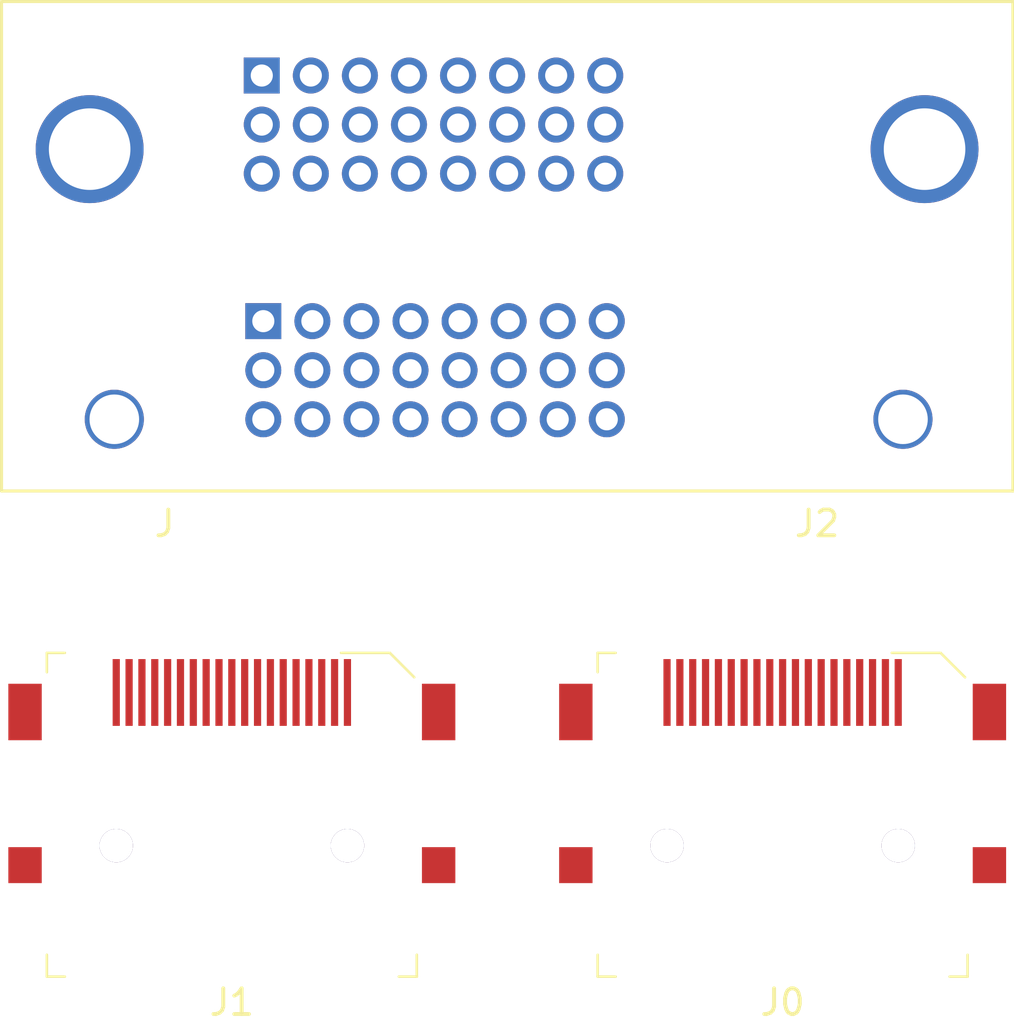
<source format=kicad_pcb>
(kicad_pcb (version 20171130) (host pcbnew 5.1.6)

  (general
    (thickness 1.6)
    (drawings 0)
    (tracks 0)
    (zones 0)
    (modules 3)
    (nets 54)
  )

  (page A4)
  (layers
    (0 TMDSMain signal)
    (1 GND power)
    (2 other_signals signal)
    (31 TMDS signal)
    (32 B.Adhes user)
    (33 F.Adhes user)
    (34 B.Paste user)
    (35 F.Paste user)
    (36 B.SilkS user)
    (37 F.SilkS user)
    (38 B.Mask user)
    (39 F.Mask user)
    (40 Dwgs.User user)
    (41 Cmts.User user)
    (42 Eco1.User user)
    (43 Eco2.User user)
    (44 Edge.Cuts user)
    (45 Margin user)
    (46 B.CrtYd user)
    (47 F.CrtYd user)
    (48 B.Fab user)
    (49 F.Fab user)
  )

  (setup
    (last_trace_width 0.127)
    (user_trace_width 0.01)
    (user_trace_width 0.05)
    (user_trace_width 0.1)
    (user_trace_width 0.127)
    (user_trace_width 0.15)
    (trace_clearance 0.2)
    (zone_clearance 0.508)
    (zone_45_only no)
    (trace_min 0.01)
    (via_size 0.8)
    (via_drill 0.4)
    (via_min_size 0.4)
    (via_min_drill 0.3)
    (user_via 0.4 0.3)
    (user_via 0.5 0.4)
    (uvia_size 0.3)
    (uvia_drill 0.1)
    (uvias_allowed no)
    (uvia_min_size 0.2)
    (uvia_min_drill 0.1)
    (edge_width 0.05)
    (segment_width 0.2)
    (pcb_text_width 0.3)
    (pcb_text_size 1.5 1.5)
    (mod_edge_width 0.12)
    (mod_text_size 1 1)
    (mod_text_width 0.15)
    (pad_size 1.524 1.524)
    (pad_drill 0.762)
    (pad_to_mask_clearance 0.05)
    (aux_axis_origin 0 0)
    (visible_elements FFFFFF7F)
    (pcbplotparams
      (layerselection 0x010fc_ffffffff)
      (usegerberextensions false)
      (usegerberattributes true)
      (usegerberadvancedattributes true)
      (creategerberjobfile true)
      (excludeedgelayer true)
      (linewidth 0.100000)
      (plotframeref false)
      (viasonmask false)
      (mode 1)
      (useauxorigin false)
      (hpglpennumber 1)
      (hpglpenspeed 20)
      (hpglpendiameter 15.000000)
      (psnegative false)
      (psa4output false)
      (plotreference true)
      (plotvalue true)
      (plotinvisibletext false)
      (padsonsilk false)
      (subtractmaskfromsilk false)
      (outputformat 1)
      (mirror false)
      (drillshape 1)
      (scaleselection 1)
      (outputdirectory ""))
  )

  (net 0 "")
  (net 1 /HDMI1HPD)
  (net 2 /HDMI15V)
  (net 3 /HDMI1GND)
  (net 4 /HDMI1SDA)
  (net 5 /HDMI1SCL)
  (net 6 "Net-(J0-Pad14)")
  (net 7 "Net-(J0-Pad13)")
  (net 8 /HDMI1CK-)
  (net 9 /HDMI1CKS)
  (net 10 /HDMI1D2+)
  (net 11 /HDMI1D2S)
  (net 12 /HDMI1D2-)
  (net 13 /HDMI1D1+)
  (net 14 /HDMI1D1S)
  (net 15 /HDMI1D1-)
  (net 16 /HDMI1D0+)
  (net 17 /HDMI1D0S)
  (net 18 /HDMI1D0-)
  (net 19 /HDMI1CK+)
  (net 20 /HDMI2HPD)
  (net 21 /HDMI25V)
  (net 22 /HDMI2GND)
  (net 23 /HDMI2SDA)
  (net 24 /HDMI2SCL)
  (net 25 "Net-(J1-Pad14)")
  (net 26 "Net-(J1-Pad13)")
  (net 27 /HDMI2CK-)
  (net 28 /HDMI2CKS)
  (net 29 /HDMI2D2+)
  (net 30 /HDMI2D2S)
  (net 31 /HDMI2D2-)
  (net 32 /HDMI2D1+)
  (net 33 /HDMI2D1S)
  (net 34 /HDMI2D1-)
  (net 35 /HDMI2D0+)
  (net 36 /HDMI2D0S)
  (net 37 /HDMI2D0-)
  (net 38 /HDMI2CK+)
  (net 39 "Net-(J2-Pad32)")
  (net 40 "Net-(J2-Pad29)")
  (net 41 "Net-(J2-Pad28)")
  (net 42 "Net-(J2-Pad37)")
  (net 43 "Net-(J2-Pad36)")
  (net 44 "Net-(J2-Pad45)")
  (net 45 "Net-(J2-Pad44)")
  (net 46 "Net-(J2-Pad13)")
  (net 47 "Net-(J2-Pad8)")
  (net 48 "Net-(J2-Pad5)")
  (net 49 "Net-(J2-Pad4)")
  (net 50 "Net-(J2-Pad20)")
  (net 51 "Net-(J2-Pad12)")
  (net 52 "Net-(J2-Pad21)")
  (net 53 /SH)

  (net_class Default "This is the default net class."
    (clearance 0.2)
    (trace_width 0.25)
    (via_dia 0.8)
    (via_drill 0.4)
    (uvia_dia 0.3)
    (uvia_drill 0.1)
    (diff_pair_width 0.127)
    (diff_pair_gap 0.195)
    (add_net /HDMI15V)
    (add_net /HDMI1CK+)
    (add_net /HDMI1CK-)
    (add_net /HDMI1CKS)
    (add_net /HDMI1D0+)
    (add_net /HDMI1D0-)
    (add_net /HDMI1D0S)
    (add_net /HDMI1D1+)
    (add_net /HDMI1D1-)
    (add_net /HDMI1D1S)
    (add_net /HDMI1D2+)
    (add_net /HDMI1D2-)
    (add_net /HDMI1D2S)
    (add_net /HDMI1GND)
    (add_net /HDMI1HPD)
    (add_net /HDMI1SCL)
    (add_net /HDMI1SDA)
    (add_net /HDMI25V)
    (add_net /HDMI2CK+)
    (add_net /HDMI2CK-)
    (add_net /HDMI2CKS)
    (add_net /HDMI2D0+)
    (add_net /HDMI2D0-)
    (add_net /HDMI2D0S)
    (add_net /HDMI2D1+)
    (add_net /HDMI2D1-)
    (add_net /HDMI2D1S)
    (add_net /HDMI2D2+)
    (add_net /HDMI2D2-)
    (add_net /HDMI2D2S)
    (add_net /HDMI2GND)
    (add_net /HDMI2HPD)
    (add_net /HDMI2SCL)
    (add_net /HDMI2SDA)
    (add_net /SH)
    (add_net "Net-(J0-Pad13)")
    (add_net "Net-(J0-Pad14)")
    (add_net "Net-(J1-Pad13)")
    (add_net "Net-(J1-Pad14)")
    (add_net "Net-(J2-Pad12)")
    (add_net "Net-(J2-Pad13)")
    (add_net "Net-(J2-Pad20)")
    (add_net "Net-(J2-Pad21)")
    (add_net "Net-(J2-Pad28)")
    (add_net "Net-(J2-Pad29)")
    (add_net "Net-(J2-Pad32)")
    (add_net "Net-(J2-Pad36)")
    (add_net "Net-(J2-Pad37)")
    (add_net "Net-(J2-Pad4)")
    (add_net "Net-(J2-Pad44)")
    (add_net "Net-(J2-Pad45)")
    (add_net "Net-(J2-Pad5)")
    (add_net "Net-(J2-Pad8)")
  )

  (module footprints:DVI-DP-29-C-G-HN-4-no-analog locked (layer TMDSMain) (tedit 5F3455FE) (tstamp 5F331F23)
    (at 126.925 59.071)
    (path /5F33BFBD)
    (fp_text reference J2 (at 10.16 -3.81) (layer F.SilkS)
      (effects (font (size 1 1) (thickness 0.15)))
    )
    (fp_text value DVI-DP-29-C-G-HN-4 (at -3.81 -3.81) (layer F.Fab)
      (effects (font (size 1 1) (thickness 0.15)))
    )
    (fp_text user J (at -15.24 -3.81) (layer F.SilkS)
      (effects (font (size 1 1) (thickness 0.15)))
    )
    (fp_line (start -21.59 -24.13) (end 17.78 -24.13) (layer F.SilkS) (width 0.12))
    (fp_line (start 17.78 -24.13) (end 17.78 -5.08) (layer F.SilkS) (width 0.12))
    (fp_line (start 17.78 -5.08) (end -21.59 -5.08) (layer F.SilkS) (width 0.12))
    (fp_line (start -21.59 -5.08) (end -21.59 -24.13) (layer F.SilkS) (width 0.12))
    (pad SH2 thru_hole circle (at 14.34 -18.385) (size 4.2 4.2) (drill 3.175) (layers *.Cu *.Mask)
      (net 53 /SH))
    (pad 31 thru_hole circle (at 0 -21.25) (size 1.4 1.4) (drill 0.86) (layers *.Cu *.Mask)
      (net 23 /HDMI2SDA))
    (pad 32 thru_hole circle (at 1.91 -21.25) (size 1.4 1.4) (drill 0.86) (layers *.Cu *.Mask)
      (net 39 "Net-(J2-Pad32)"))
    (pad 41 thru_hole circle (at -11.46 -17.43) (size 1.4 1.4) (drill 0.86) (layers *.Cu *.Mask)
      (net 37 /HDMI2D0-))
    (pad 42 thru_hole circle (at -9.55 -17.43) (size 1.4 1.4) (drill 0.86) (layers *.Cu *.Mask)
      (net 35 /HDMI2D0+))
    (pad 48 thru_hole circle (at 1.91 -17.43) (size 1.4 1.4) (drill 0.86) (layers *.Cu *.Mask)
      (net 27 /HDMI2CK-))
    (pad 25 thru_hole rect (at -11.46 -21.25) (size 1.4 1.4) (drill 0.86) (layers *.Cu *.Mask)
      (net 31 /HDMI2D2-))
    (pad 26 thru_hole circle (at -9.55 -21.25) (size 1.4 1.4) (drill 0.86) (layers *.Cu *.Mask)
      (net 29 /HDMI2D2+))
    (pad 29 thru_hole circle (at -3.82 -21.25) (size 1.4 1.4) (drill 0.86) (layers *.Cu *.Mask)
      (net 40 "Net-(J2-Pad29)"))
    (pad 30 thru_hole circle (at -1.91 -21.25) (size 1.4 1.4) (drill 0.86) (layers *.Cu *.Mask)
      (net 24 /HDMI2SCL))
    (pad 46 thru_hole circle (at -1.91 -17.43) (size 1.4 1.4) (drill 0.86) (layers *.Cu *.Mask)
      (net 28 /HDMI2CKS))
    (pad 27 thru_hole circle (at -7.64 -21.25) (size 1.4 1.4) (drill 0.86) (layers *.Cu *.Mask)
      (net 30 /HDMI2D2S))
    (pad 28 thru_hole circle (at -5.73 -21.25) (size 1.4 1.4) (drill 0.86) (layers *.Cu *.Mask)
      (net 41 "Net-(J2-Pad28)"))
    (pad 47 thru_hole circle (at 0 -17.43) (size 1.4 1.4) (drill 0.86) (layers *.Cu *.Mask)
      (net 38 /HDMI2CK+))
    (pad 37 thru_hole circle (at -3.82 -19.34) (size 1.4 1.4) (drill 0.86) (layers *.Cu *.Mask)
      (net 42 "Net-(J2-Pad37)"))
    (pad 38 thru_hole circle (at -1.91 -19.34) (size 1.4 1.4) (drill 0.86) (layers *.Cu *.Mask)
      (net 21 /HDMI25V))
    (pad 39 thru_hole circle (at 0 -19.34) (size 1.4 1.4) (drill 0.86) (layers *.Cu *.Mask)
      (net 22 /HDMI2GND))
    (pad 40 thru_hole circle (at 1.91 -19.34) (size 1.4 1.4) (drill 0.86) (layers *.Cu *.Mask)
      (net 20 /HDMI2HPD))
    (pad 33 thru_hole circle (at -11.46 -19.34) (size 1.4 1.4) (drill 0.86) (layers *.Cu *.Mask)
      (net 34 /HDMI2D1-))
    (pad 34 thru_hole circle (at -9.55 -19.34) (size 1.4 1.4) (drill 0.86) (layers *.Cu *.Mask)
      (net 32 /HDMI2D1+))
    (pad SH2 thru_hole circle (at -18.16 -18.385) (size 4.2 4.2) (drill 3.175) (layers *.Cu *.Mask)
      (net 53 /SH))
    (pad 35 thru_hole circle (at -7.64 -19.34) (size 1.4 1.4) (drill 0.86) (layers *.Cu *.Mask)
      (net 33 /HDMI2D1S))
    (pad 36 thru_hole circle (at -5.73 -19.34) (size 1.4 1.4) (drill 0.86) (layers *.Cu *.Mask)
      (net 43 "Net-(J2-Pad36)"))
    (pad 45 thru_hole circle (at -3.82 -17.43) (size 1.4 1.4) (drill 0.86) (layers *.Cu *.Mask)
      (net 44 "Net-(J2-Pad45)"))
    (pad 44 thru_hole circle (at -5.73 -17.43) (size 1.4 1.4) (drill 0.86) (layers *.Cu *.Mask)
      (net 45 "Net-(J2-Pad44)"))
    (pad 43 thru_hole circle (at -7.64 -17.43) (size 1.4 1.4) (drill 0.86) (layers *.Cu *.Mask)
      (net 36 /HDMI2D0S))
    (pad 13 thru_hole circle (at -3.76 -9.78) (size 1.4 1.4) (drill 0.86) (layers *.Cu *.Mask)
      (net 46 "Net-(J2-Pad13)"))
    (pad 9 thru_hole circle (at -11.4 -9.78) (size 1.4 1.4) (drill 0.86) (layers *.Cu *.Mask)
      (net 15 /HDMI1D1-))
    (pad 22 thru_hole circle (at -1.85 -7.87) (size 1.4 1.4) (drill 0.86) (layers *.Cu *.Mask)
      (net 9 /HDMI1CKS))
    (pad 15 thru_hole circle (at 0.06 -9.78) (size 1.4 1.4) (drill 0.86) (layers *.Cu *.Mask)
      (net 3 /HDMI1GND))
    (pad 8 thru_hole circle (at 1.97 -11.69) (size 1.4 1.4) (drill 0.86) (layers *.Cu *.Mask)
      (net 47 "Net-(J2-Pad8)"))
    (pad 7 thru_hole circle (at 0.06 -11.69) (size 1.4 1.4) (drill 0.86) (layers *.Cu *.Mask)
      (net 4 /HDMI1SDA))
    (pad 6 thru_hole circle (at -1.85 -11.69) (size 1.4 1.4) (drill 0.86) (layers *.Cu *.Mask)
      (net 5 /HDMI1SCL))
    (pad 5 thru_hole circle (at -3.76 -11.69) (size 1.4 1.4) (drill 0.86) (layers *.Cu *.Mask)
      (net 48 "Net-(J2-Pad5)"))
    (pad 4 thru_hole circle (at -5.67 -11.69) (size 1.4 1.4) (drill 0.86) (layers *.Cu *.Mask)
      (net 49 "Net-(J2-Pad4)"))
    (pad 3 thru_hole circle (at -7.58 -11.69) (size 1.4 1.4) (drill 0.86) (layers *.Cu *.Mask)
      (net 11 /HDMI1D2S))
    (pad 23 thru_hole circle (at 0.06 -7.87) (size 1.4 1.4) (drill 0.86) (layers *.Cu *.Mask)
      (net 19 /HDMI1CK+))
    (pad 16 thru_hole circle (at 1.97 -9.78) (size 1.4 1.4) (drill 0.86) (layers *.Cu *.Mask)
      (net 1 /HDMI1HPD))
    (pad 20 thru_hole circle (at -5.67 -7.87) (size 1.4 1.4) (drill 0.86) (layers *.Cu *.Mask)
      (net 50 "Net-(J2-Pad20)"))
    (pad 12 thru_hole circle (at -5.67 -9.78) (size 1.4 1.4) (drill 0.86) (layers *.Cu *.Mask)
      (net 51 "Net-(J2-Pad12)"))
    (pad 21 thru_hole circle (at -3.76 -7.87) (size 1.4 1.4) (drill 0.86) (layers *.Cu *.Mask)
      (net 52 "Net-(J2-Pad21)"))
    (pad 10 thru_hole circle (at -9.49 -9.78) (size 1.4 1.4) (drill 0.86) (layers *.Cu *.Mask)
      (net 13 /HDMI1D1+))
    (pad 17 thru_hole circle (at -11.4 -7.87) (size 1.4 1.4) (drill 0.86) (layers *.Cu *.Mask)
      (net 18 /HDMI1D0-))
    (pad 11 thru_hole circle (at -7.58 -9.78) (size 1.4 1.4) (drill 0.86) (layers *.Cu *.Mask)
      (net 14 /HDMI1D1S))
    (pad 19 thru_hole circle (at -7.58 -7.87) (size 1.4 1.4) (drill 0.86) (layers *.Cu *.Mask)
      (net 17 /HDMI1D0S))
    (pad 24 thru_hole circle (at 1.97 -7.87) (size 1.4 1.4) (drill 0.86) (layers *.Cu *.Mask)
      (net 8 /HDMI1CK-))
    (pad 2 thru_hole circle (at -9.49 -11.69) (size 1.4 1.4) (drill 0.86) (layers *.Cu *.Mask)
      (net 10 /HDMI1D2+))
    (pad SH1 thru_hole circle (at -17.2 -7.87) (size 2.3 2.3) (drill 1.93) (layers *.Cu *.Mask)
      (net 53 /SH))
    (pad SH1 thru_hole circle (at 13.5 -7.87) (size 2.3 2.3) (drill 1.93) (layers *.Cu *.Mask)
      (net 53 /SH))
    (pad 18 thru_hole circle (at -9.49 -7.87) (size 1.4 1.4) (drill 0.86) (layers *.Cu *.Mask)
      (net 16 /HDMI1D0+))
    (pad 14 thru_hole circle (at -1.85 -9.78) (size 1.4 1.4) (drill 0.86) (layers *.Cu *.Mask)
      (net 2 /HDMI15V))
    (pad 1 thru_hole rect (at -11.4 -11.69) (size 1.4 1.4) (drill 0.86) (layers *.Cu *.Mask)
      (net 12 /HDMI1D2-))
  )

  (module footprints:HDMI_A_Female_2000-1-2-41-00-BK locked (layer TMDSMain) (tedit 5D288F73) (tstamp 5F3334AD)
    (at 114.3 66.294 180)
    (descr http://media.digikey.com/pdf/Data%20Sheets/CNC%20Tech%20PDFs/HDMI_A_Female_2000-1-2-41-00-BK_Dwg.pdf)
    (path /5F33948F)
    (attr smd)
    (fp_text reference J1 (at 0 -7.6) (layer F.SilkS)
      (effects (font (size 1 1) (thickness 0.15)))
    )
    (fp_text value HDMI_A (at 0 7.05) (layer F.Fab)
      (effects (font (size 1 1) (thickness 0.15)))
    )
    (fp_line (start 7 5.76) (end 7 -6.39) (layer F.Fab) (width 0.1))
    (fp_line (start 7 5.76) (end -6 5.76) (layer F.Fab) (width 0.1))
    (fp_line (start -7 4.75) (end -7 -6.39) (layer F.Fab) (width 0.1))
    (fp_line (start -7 -6.39) (end 7 -6.39) (layer F.Fab) (width 0.1))
    (fp_line (start -7 4.75) (end -6 5.75) (layer F.Fab) (width 0.1))
    (fp_line (start -7.2 -5.75) (end -7.2 -6.6) (layer F.SilkS) (width 0.1))
    (fp_line (start -7.2 -6.6) (end -6.5 -6.6) (layer F.SilkS) (width 0.1))
    (fp_line (start 6.5 -6.6) (end 7.2 -6.6) (layer F.SilkS) (width 0.1))
    (fp_line (start 7.2 -6.6) (end 7.2 -5.75) (layer F.SilkS) (width 0.1))
    (fp_line (start -4.25 6) (end -6.15 6) (layer F.SilkS) (width 0.1))
    (fp_line (start -6.15 6) (end -7.1 5.05) (layer F.SilkS) (width 0.1))
    (fp_line (start 7.2 5.25) (end 7.2 6) (layer F.SilkS) (width 0.1))
    (fp_line (start 7.2 6) (end 6.5 6) (layer F.SilkS) (width 0.1))
    (fp_line (start -9 -6.75) (end 9 -6.75) (layer F.CrtYd) (width 0.05))
    (fp_line (start 9 -6.75) (end 9 6.25) (layer F.CrtYd) (width 0.05))
    (fp_line (start 9 6.25) (end -9 6.25) (layer F.CrtYd) (width 0.05))
    (fp_line (start -9 6.25) (end -9 -6.75) (layer F.CrtYd) (width 0.05))
    (fp_text user REF** (at 0.05 0.1) (layer F.Fab)
      (effects (font (size 1 1) (thickness 0.15)))
    )
    (pad "" thru_hole circle (at 4.5 -1.5 180) (size 1.3 1.3) (drill 1.3) (layers *.Cu))
    (pad "" thru_hole circle (at -4.5 -1.5 180) (size 1.3 1.3) (drill 1.3) (layers *.Cu))
    (pad SH smd rect (at -8.05 -2.26 180) (size 1.3 1.4) (layers TMDSMain F.Paste F.Mask)
      (net 53 /SH))
    (pad SH smd rect (at 8.05 -2.26 180) (size 1.3 1.4) (layers TMDSMain F.Paste F.Mask)
      (net 53 /SH))
    (pad SH smd rect (at 8.05 3.7 180) (size 1.3 2.2) (layers TMDSMain F.Paste F.Mask)
      (net 53 /SH))
    (pad SH smd rect (at -8.05 3.7 180) (size 1.3 2.2) (layers TMDSMain F.Paste F.Mask)
      (net 53 /SH))
    (pad 19 smd rect (at 4.5 4.46 180) (size 0.28 2.6) (layers TMDSMain F.Paste F.Mask)
      (net 20 /HDMI2HPD))
    (pad 18 smd rect (at 4 4.46 180) (size 0.28 2.6) (layers TMDSMain F.Paste F.Mask)
      (net 21 /HDMI25V))
    (pad 17 smd rect (at 3.5 4.46 180) (size 0.28 2.6) (layers TMDSMain F.Paste F.Mask)
      (net 22 /HDMI2GND))
    (pad 16 smd rect (at 3 4.46 180) (size 0.28 2.6) (layers TMDSMain F.Paste F.Mask)
      (net 23 /HDMI2SDA))
    (pad 15 smd rect (at 2.5 4.46 180) (size 0.28 2.6) (layers TMDSMain F.Paste F.Mask)
      (net 24 /HDMI2SCL))
    (pad 14 smd rect (at 2 4.46 180) (size 0.28 2.6) (layers TMDSMain F.Paste F.Mask)
      (net 25 "Net-(J1-Pad14)"))
    (pad 13 smd rect (at 1.5 4.46 180) (size 0.28 2.6) (layers TMDSMain F.Paste F.Mask)
      (net 26 "Net-(J1-Pad13)"))
    (pad 12 smd rect (at 1 4.46 180) (size 0.28 2.6) (layers TMDSMain F.Paste F.Mask)
      (net 27 /HDMI2CK-))
    (pad 11 smd rect (at 0.5 4.46 180) (size 0.28 2.6) (layers TMDSMain F.Paste F.Mask)
      (net 28 /HDMI2CKS))
    (pad 1 smd rect (at -4.5 4.46 180) (size 0.28 2.6) (layers TMDSMain F.Paste F.Mask)
      (net 29 /HDMI2D2+))
    (pad 2 smd rect (at -4 4.46 180) (size 0.28 2.6) (layers TMDSMain F.Paste F.Mask)
      (net 30 /HDMI2D2S))
    (pad 3 smd rect (at -3.5 4.46 180) (size 0.28 2.6) (layers TMDSMain F.Paste F.Mask)
      (net 31 /HDMI2D2-))
    (pad 4 smd rect (at -3 4.46 180) (size 0.28 2.6) (layers TMDSMain F.Paste F.Mask)
      (net 32 /HDMI2D1+))
    (pad 5 smd rect (at -2.5 4.46 180) (size 0.28 2.6) (layers TMDSMain F.Paste F.Mask)
      (net 33 /HDMI2D1S))
    (pad 6 smd rect (at -2 4.46 180) (size 0.28 2.6) (layers TMDSMain F.Paste F.Mask)
      (net 34 /HDMI2D1-))
    (pad 7 smd rect (at -1.5 4.46 180) (size 0.28 2.6) (layers TMDSMain F.Paste F.Mask)
      (net 35 /HDMI2D0+))
    (pad 8 smd rect (at -1 4.46 180) (size 0.28 2.6) (layers TMDSMain F.Paste F.Mask)
      (net 36 /HDMI2D0S))
    (pad 9 smd rect (at -0.5 4.46 180) (size 0.28 2.6) (layers TMDSMain F.Paste F.Mask)
      (net 37 /HDMI2D0-))
    (pad 10 smd rect (at 0 4.46 180) (size 0.28 2.6) (layers TMDSMain F.Paste F.Mask)
      (net 38 /HDMI2CK+))
  )

  (module footprints:HDMI_A_Female_2000-1-2-41-00-BK locked (layer TMDSMain) (tedit 5D288F73) (tstamp 5F333423)
    (at 135.74 66.294 180)
    (descr http://media.digikey.com/pdf/Data%20Sheets/CNC%20Tech%20PDFs/HDMI_A_Female_2000-1-2-41-00-BK_Dwg.pdf)
    (path /5F338920)
    (attr smd)
    (fp_text reference J0 (at 0 -7.6) (layer F.SilkS)
      (effects (font (size 1 1) (thickness 0.15)))
    )
    (fp_text value HDMI_A (at 0 7.05) (layer F.Fab)
      (effects (font (size 1 1) (thickness 0.15)))
    )
    (fp_line (start 7 5.76) (end 7 -6.39) (layer F.Fab) (width 0.1))
    (fp_line (start 7 5.76) (end -6 5.76) (layer F.Fab) (width 0.1))
    (fp_line (start -7 4.75) (end -7 -6.39) (layer F.Fab) (width 0.1))
    (fp_line (start -7 -6.39) (end 7 -6.39) (layer F.Fab) (width 0.1))
    (fp_line (start -7 4.75) (end -6 5.75) (layer F.Fab) (width 0.1))
    (fp_line (start -7.2 -5.75) (end -7.2 -6.6) (layer F.SilkS) (width 0.1))
    (fp_line (start -7.2 -6.6) (end -6.5 -6.6) (layer F.SilkS) (width 0.1))
    (fp_line (start 6.5 -6.6) (end 7.2 -6.6) (layer F.SilkS) (width 0.1))
    (fp_line (start 7.2 -6.6) (end 7.2 -5.75) (layer F.SilkS) (width 0.1))
    (fp_line (start -4.25 6) (end -6.15 6) (layer F.SilkS) (width 0.1))
    (fp_line (start -6.15 6) (end -7.1 5.05) (layer F.SilkS) (width 0.1))
    (fp_line (start 7.2 5.25) (end 7.2 6) (layer F.SilkS) (width 0.1))
    (fp_line (start 7.2 6) (end 6.5 6) (layer F.SilkS) (width 0.1))
    (fp_line (start -9 -6.75) (end 9 -6.75) (layer F.CrtYd) (width 0.05))
    (fp_line (start 9 -6.75) (end 9 6.25) (layer F.CrtYd) (width 0.05))
    (fp_line (start 9 6.25) (end -9 6.25) (layer F.CrtYd) (width 0.05))
    (fp_line (start -9 6.25) (end -9 -6.75) (layer F.CrtYd) (width 0.05))
    (fp_text user REF** (at -6.657144 0.1) (layer F.Fab)
      (effects (font (size 1 1) (thickness 0.15)))
    )
    (pad "" thru_hole circle (at 4.5 -1.5 180) (size 1.3 1.3) (drill 1.3) (layers *.Cu))
    (pad "" thru_hole circle (at -4.5 -1.5 180) (size 1.3 1.3) (drill 1.3) (layers *.Cu))
    (pad SH smd rect (at -8.05 -2.26 180) (size 1.3 1.4) (layers TMDSMain F.Paste F.Mask)
      (net 53 /SH))
    (pad SH smd rect (at 8.05 -2.26 180) (size 1.3 1.4) (layers TMDSMain F.Paste F.Mask)
      (net 53 /SH))
    (pad SH smd rect (at 8.05 3.7 180) (size 1.3 2.2) (layers TMDSMain F.Paste F.Mask)
      (net 53 /SH))
    (pad SH smd rect (at -8.05 3.7 180) (size 1.3 2.2) (layers TMDSMain F.Paste F.Mask)
      (net 53 /SH))
    (pad 19 smd rect (at 4.5 4.46 180) (size 0.28 2.6) (layers TMDSMain F.Paste F.Mask)
      (net 1 /HDMI1HPD))
    (pad 18 smd rect (at 4 4.46 180) (size 0.28 2.6) (layers TMDSMain F.Paste F.Mask)
      (net 2 /HDMI15V))
    (pad 17 smd rect (at 3.5 4.46 180) (size 0.28 2.6) (layers TMDSMain F.Paste F.Mask)
      (net 3 /HDMI1GND))
    (pad 16 smd rect (at 3 4.46 180) (size 0.28 2.6) (layers TMDSMain F.Paste F.Mask)
      (net 4 /HDMI1SDA))
    (pad 15 smd rect (at 2.5 4.46 180) (size 0.28 2.6) (layers TMDSMain F.Paste F.Mask)
      (net 5 /HDMI1SCL))
    (pad 14 smd rect (at 2 4.46 180) (size 0.28 2.6) (layers TMDSMain F.Paste F.Mask)
      (net 6 "Net-(J0-Pad14)"))
    (pad 13 smd rect (at 1.5 4.46 180) (size 0.28 2.6) (layers TMDSMain F.Paste F.Mask)
      (net 7 "Net-(J0-Pad13)"))
    (pad 12 smd rect (at 1 4.46 180) (size 0.28 2.6) (layers TMDSMain F.Paste F.Mask)
      (net 8 /HDMI1CK-))
    (pad 11 smd rect (at 0.5 4.46 180) (size 0.28 2.6) (layers TMDSMain F.Paste F.Mask)
      (net 9 /HDMI1CKS))
    (pad 1 smd rect (at -4.5 4.46 180) (size 0.28 2.6) (layers TMDSMain F.Paste F.Mask)
      (net 10 /HDMI1D2+))
    (pad 2 smd rect (at -4 4.46 180) (size 0.28 2.6) (layers TMDSMain F.Paste F.Mask)
      (net 11 /HDMI1D2S))
    (pad 3 smd rect (at -3.5 4.46 180) (size 0.28 2.6) (layers TMDSMain F.Paste F.Mask)
      (net 12 /HDMI1D2-))
    (pad 4 smd rect (at -3 4.46 180) (size 0.28 2.6) (layers TMDSMain F.Paste F.Mask)
      (net 13 /HDMI1D1+))
    (pad 5 smd rect (at -2.5 4.46 180) (size 0.28 2.6) (layers TMDSMain F.Paste F.Mask)
      (net 14 /HDMI1D1S))
    (pad 6 smd rect (at -2 4.46 180) (size 0.28 2.6) (layers TMDSMain F.Paste F.Mask)
      (net 15 /HDMI1D1-))
    (pad 7 smd rect (at -1.5 4.46 180) (size 0.28 2.6) (layers TMDSMain F.Paste F.Mask)
      (net 16 /HDMI1D0+))
    (pad 8 smd rect (at -1 4.46 180) (size 0.28 2.6) (layers TMDSMain F.Paste F.Mask)
      (net 17 /HDMI1D0S))
    (pad 9 smd rect (at -0.5 4.46 180) (size 0.28 2.6) (layers TMDSMain F.Paste F.Mask)
      (net 18 /HDMI1D0-))
    (pad 10 smd rect (at 0 4.46 180) (size 0.28 2.6) (layers TMDSMain F.Paste F.Mask)
      (net 19 /HDMI1CK+))
  )

)

</source>
